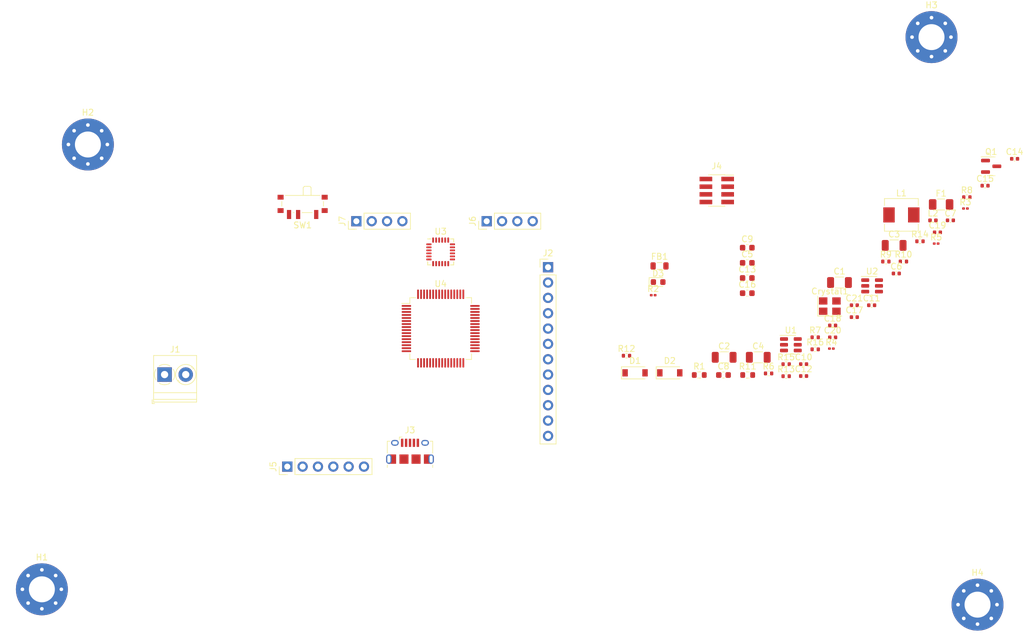
<source format=kicad_pcb>
(kicad_pcb (version 20211014) (generator pcbnew)
  (layers (0 "F.Cu" signal) (1 "In1.Cu" power) (2 "In2.Cu" power) (31 "B.Cu" signal) (34 "B.Paste" user) (35 "F.Paste" user) (36 "B.SilkS" user "B.Silkscreen") (37 "F.SilkS" user "F.Silkscreen") (38 "B.Mask" user) (39 "F.Mask" user) (44 "Edge.Cuts" user))
  (net 0 "")
  (net 1 "BUCK_IN")
  (net 2 "GND")
  (net 3 "+3.3V")
  (net 4 "BUCK_BST")
  (net 5 "BUCK_SW")
  (net 6 "Net-(C7-Pad1)")
  (net 7 "Net-(C8-Pad1)")
  (net 8 "/HSE_IN")
  (net 9 "Net-(C13-Pad1)")
  (net 10 "Net-(C14-Pad1)")
  (net 11 "Net-(C16-Pad1)")
  (net 12 "NRST")
  (net 13 "Net-(D1-Pad1)")
  (net 14 "+5V")
  (net 15 "Net-(D3-Pad1)")
  (net 16 "LED_STATUS")
  (net 17 "+12V")
  (net 18 "Net-(F1-Pad2)")
  (net 19 "GPIO_IN1")
  (net 20 "GPIO_IN2")
  (net 21 "GPIO_IN3")
  (net 22 "GPIO_IN4")
  (net 23 "GPIO_IN5")
  (net 24 "GPIO_OUT1")
  (net 25 "GPIO_OUT2")
  (net 26 "GPIO_OUT3")
  (net 27 "GPIO_OUT4")
  (net 28 "GPIO_OUT5")
  (net 29 "USB_CONN_D-")
  (net 30 "USB_CONN_D+")
  (net 33 "Net-(J4-Pad2)")
  (net 34 "Net-(J4-Pad4)")
  (net 35 "Net-(J4-Pad6)")
  (net 38 "GPIO_AN1")
  (net 39 "GPIO_AN2")
  (net 40 "GPIO_AN3")
  (net 41 "GPIO_AN4")
  (net 42 "UART3_TX")
  (net 43 "UART3_RX")
  (net 44 "I2C1_SDA")
  (net 45 "I2C1_SCL")
  (net 46 "+3.3VA")
  (net 47 "BUCK_FB")
  (net 48 "Net-(R2-Pad2)")
  (net 49 "BUCK_EN")
  (net 50 "SWCLK")
  (net 51 "SWO")
  (net 52 "Net-(J4-Pad10)")
  (net 53 "SWDIO")
  (net 54 "/SW_BOOT")
  (net 55 "/BOOT0")
  (net 56 "I2C2_SCL")
  (net 57 "I2C2_SDA")
  (net 58 "/HSE_OUT")
  (net 59 "USB_D+")
  (net 60 "USB_D-")
  (net 67 "IMU_IINT")
  (footprint "Resistor_SMD:R_0201_0603Metric" (layer "F.Cu") (at 175.8 76.64)
    (fp_text reference "R3" (at 0 -1.05) (layer "F.SilkS"))
    (fp_text value "270")
    (pad "1" smd roundrect (at -0.32 0) (size 0.46 0.4) (layers "F.Cu" "F.Mask") (net 48 "Net-(R2-Pad2)"))
    (pad "2" smd roundrect (at 0.32 0) (size 0.46 0.4) (layers "F.Cu" "F.Mask") (net 2 "GND"))
  )
  (footprint "Connector_PinSocket_1.27mm:PinSocket_2x04_P1.27mm_Vertical_SMD" (layer "F.Cu") (at 134.62 73.66)
    (fp_text reference "J4" (at 0 -4.04) (layer "F.SilkS"))
    (fp_text value "SWD")
    (pad "1" smd rect (at 1.8 -1.905) (size 2.1 0.75) (layers "F.Cu" "F.Paste" "F.Mask") (net 3 "+3.3V"))
    (pad "2" smd rect (at -1.8 -1.905) (size 2.1 0.75) (layers "F.Cu" "F.Paste" "F.Mask") (net 33 "Net-(J4-Pad2)"))
    (pad "3" smd rect (at 1.8 -0.635) (size 2.1 0.75) (layers "F.Cu" "F.Paste" "F.Mask") (net 2 "GND"))
    (pad "4" smd rect (at -1.8 -0.635) (size 2.1 0.75) (layers "F.Cu" "F.Paste" "F.Mask") (net 34 "Net-(J4-Pad4)"))
    (pad "5" smd rect (at 1.8 0.635) (size 2.1 0.75) (layers "F.Cu" "F.Paste" "F.Mask") (net 2 "GND"))
    (pad "6" smd rect (at -1.8 0.635) (size 2.1 0.75) (layers "F.Cu" "F.Paste" "F.Mask") (net 35 "Net-(J4-Pad6)"))
    (pad "7" smd rect (at 1.8 1.905) (size 2.1 0.75) (layers "F.Cu" "F.Paste" "F.Mask"))
    (pad "8" smd rect (at -1.8 1.905) (size 2.1 0.75) (layers "F.Cu" "F.Paste" "F.Mask"))
  )
  (footprint "Inductor_SMD:L_Sunlord_MWSA0518_5.4x5.2mm" (layer "F.Cu") (at 165.19 77.7)
    (fp_text reference "L1" (at 0 -3.6) (layer "F.SilkS"))
    (fp_text value "10u")
    (pad "1" smd rect (at -2.05 0) (size 1.9 2.5) (layers "F.Cu" "F.Paste" "F.Mask") (net 5 "BUCK_SW"))
    (pad "2" smd rect (at 2.05 0) (size 1.9 2.5) (layers "F.Cu" "F.Paste" "F.Mask") (net 3 "+3.3V"))
  )
  (footprint "Connector_PinHeader_2.54mm:PinHeader_1x04_P2.54mm_Vertical" (layer "F.Cu") (at 96.52 78.74 90)
    (fp_text reference "J6" (at 0 -2.33 90) (layer "F.SilkS"))
    (fp_text value "Conn_01x04")
    (pad "1" thru_hole rect (at 0 0 90) (size 1.7 1.7) (drill 1) (layers *.Cu *.Mask) (net 2 "GND"))
    (pad "2" thru_hole oval (at 0 2.54 90) (size 1.7 1.7) (drill 1) (layers *.Cu *.Mask) (net 42 "UART3_TX"))
    (pad "3" thru_hole oval (at 0 5.08 90) (size 1.7 1.7) (drill 1) (layers *.Cu *.Mask) (net 43 "UART3_RX"))
    (pad "4" thru_hole oval (at 0 7.62 90) (size 1.7 1.7) (drill 1) (layers *.Cu *.Mask) (net 3 "+3.3V"))
  )
  (footprint "Crystal:Crystal_SMD_3225-4Pin_3.2x2.5mm" (layer "F.Cu") (at 153.34 92.8)
    (fp_text reference "Crystal1" (at 0 -2.45) (layer "F.SilkS"))
    (fp_text value "16Mhz")
    (pad "1" smd rect (at -1.1 0.85) (size 1.4 1.2) (layers "F.Cu" "F.Paste" "F.Mask") (net 8 "/HSE_IN"))
    (pad "2" smd rect (at 1.1 0.85) (size 1.4 1.2) (layers "F.Cu" "F.Paste" "F.Mask") (net 2 "GND"))
    (pad "3" smd rect (at 1.1 -0.85) (size 1.4 1.2) (layers "F.Cu" "F.Paste" "F.Mask") (net 10 "Net-(C14-Pad1)"))
    (pad "4" smd rect (at -1.1 -0.85) (size 1.4 1.2) (layers "F.Cu" "F.Paste" "F.Mask") (net 2 "GND"))
  )
  (footprint "Resistor_SMD:R_0402_1005Metric" (layer "F.Cu") (at 119.67 101.02)
    (fp_text reference "R12" (at 0 -1.17) (layer "F.SilkS"))
    (fp_text value "2k2")
    (pad "1" smd roundrect (at -0.51 0) (size 0.54 0.64) (layers "F.Cu" "F.Paste" "F.Mask") (net 44 "I2C1_SDA"))
    (pad "2" smd roundrect (at 0.51 0) (size 0.54 0.64) (layers "F.Cu" "F.Paste" "F.Mask") (net 3 "+3.3V"))
  )
  (footprint "Resistor_SMD:R_0402_1005Metric" (layer "F.Cu") (at 150.92 99.96)
    (fp_text reference "R16" (at 0 -1.17) (layer "F.SilkS"))
    (fp_text value "47")
    (pad "1" smd roundrect (at -0.51 0) (size 0.54 0.64) (layers "F.Cu" "F.Paste" "F.Mask") (net 10 "Net-(C14-Pad1)"))
    (pad "2" smd roundrect (at 0.51 0) (size 0.54 0.64) (layers "F.Cu" "F.Paste" "F.Mask") (net 58 "/HSE_OUT"))
  )
  (footprint "Capacitor_SMD:C_0402_1005Metric" (layer "F.Cu") (at 157.4 94.63)
    (fp_text reference "C17" (at 0 -1.16) (layer "F.SilkS"))
    (fp_text value "100n")
    (pad "1" smd roundrect (at -0.48 0) (size 0.56 0.62) (layers "F.Cu" "F.Paste" "F.Mask") (net 3 "+3.3V"))
    (pad "2" smd roundrect (at 0.48 0) (size 0.56 0.62) (layers "F.Cu" "F.Paste" "F.Mask") (net 2 "GND"))
  )
  (footprint "Button_Switch_SMD:SW_SPDT_PCM12" (layer "F.Cu") (at 66.04 76.2 180)
    (fp_text reference "SW1" (at 0 -3.2) (layer "F.SilkS"))
    (fp_text value "SW_SPDT")
    (pad "" np_thru_hole circle (at -1.5 0.33 180) (size 0.9 0.9) (drill 0.9) (layers *.Cu *.Mask))
    (pad "" smd rect (at 3.65 -0.78 180) (size 1 0.8) (layers "F.Cu" "F.Paste" "F.Mask"))
    (pad "" smd rect (at -3.65 -0.78 180) (size 1 0.8) (layers "F.Cu" "F.Paste" "F.Mask"))
    (pad "" smd rect (at 3.65 1.43 180) (size 1 0.8) (layers "F.Cu" "F.Paste" "F.Mask"))
    (pad "" np_thru_hole circle (at 1.5 0.33 180) (size 0.9 0.9) (drill 0.9) (layers *.Cu *.Mask))
    (pad "" smd rect (at -3.65 1.43 180) (size 1 0.8) (layers "F.Cu" "F.Paste" "F.Mask"))
    (pad "1" smd rect (at -2.25 -1.43 180) (size 0.7 1.5) (layers "F.Cu" "F.Paste" "F.Mask") (net 2 "GND"))
    (pad "2" smd rect (at 0.75 -1.43 180) (size 0.7 1.5) (layers "F.Cu" "F.Paste" "F.Mask") (net 54 "/SW_BOOT"))
    (pad "3" smd rect (at 2.25 -1.43 180) (size 0.7 1.5) (layers "F.Cu" "F.Paste" "F.Mask") (net 3 "+3.3V"))
  )
  (footprint "Capacitor_SMD:C_0603_1608Metric" (layer "F.Cu") (at 139.67 83.13)
    (fp_text reference "C9" (at 0 -1.43) (layer "F.SilkS"))
    (fp_text value "4u7")
    (pad "1" smd roundrect (at -0.775 0) (size 0.9 0.95) (layers "F.Cu" "F.Paste" "F.Mask") (net 3 "+3.3V"))
    (pad "2" smd roundrect (at 0.775 0) (size 0.9 0.95) (layers "F.Cu" "F.Paste" "F.Mask") (net 2 "GND"))
  )
  (footprint "TerminalBlock_Phoenix:TerminalBlock_Phoenix_PT-1,5-2-3.5-H_1x02_P3.50mm_Horizontal" (layer "F.Cu") (at 43.18 104.14)
    (fp_text reference "J1" (at 1.75 -4.16) (layer "F.SilkS"))
    (fp_text value "Screw_Terminal_01x02")
    (pad "1" thru_hole rect (at 0 0) (size 2.4 2.4) (drill 1.2) (layers *.Cu *.Mask) (net 17 "+12V"))
    (pad "2" thru_hole circle (at 3.5 0) (size 2.4 2.4) (drill 1.2) (layers *.Cu *.Mask) (net 2 "GND"))
  )
  (footprint "Resistor_SMD:R_0603_1608Metric" (layer "F.Cu") (at 139.74 104.21)
    (fp_text reference "R11" (at 0 -1.43) (layer "F.SilkS"))
    (fp_text value "1k")
    (pad "1" smd roundrect (at -0.825 0) (size 0.8 0.95) (layers "F.Cu" "F.Paste" "F.Mask") (net 15 "Net-(D3-Pad1)"))
    (pad "2" smd roundrect (at 0.825 0) (size 0.8 0.95) (layers "F.Cu" "F.Paste" "F.Mask") (net 2 "GND"))
  )
  (footprint "Fuse:Fuse_1206_3216Metric" (layer "F.Cu") (at 171.77 75.97)
    (fp_text reference "F1" (at 0 -1.82) (layer "F.SilkS"))
    (fp_text value "250mA")
    (pad "1" smd roundrect (at -1.4 0) (size 1.25 1.75) (layers "F.Cu" "F.Paste" "F.Mask") (roundrect_rratio 0.2) (net 17 "+12V"))
    (pad "2" smd roundrect (at 1.4 0) (size 1.25 1.75) (layers "F.Cu" "F.Paste" "F.Mask") (roundrect_rratio 0.2) (net 18 "Net-(F1-Pad2)"))
  )
  (footprint "Package_QFP:LQFP-64_10x10mm_P0.5mm" (layer "F.Cu") (at 88.9 96.52)
    (fp_text reference "U4" (at 0 -7.4) (layer "F.SilkS"))
    (fp_text value "STM32F405RGT6")
    (pad "1" smd roundrect (at -5.675 -3.75) (size 1.55 0.3) (layers "F.Cu" "F.Paste" "F.Mask") (net 3 "+3.3V"))
    (pad "2" smd roundrect (at -5.675 -3.25) (size 1.55 0.3) (layers "F.Cu" "F.Paste" "F.Mask"))
    (pad "3" smd roundrect (at -5.675 -2.75) (size 1.55 0.3) (layers "F.Cu" "F.Paste" "F.Mask"))
    (pad "4" smd roundrect (at -5.675 -2.25) (size 1.55 0.3) (layers "F.Cu" "F.Paste" "F.Mask"))
    (pad "5" smd roundrect (at -5.675 -1.75) (size 1.55 0.3) (layers "F.Cu" "F.Paste" "F.Mask") (net 8 "/HSE_IN"))
    (pad "6" smd roundrect (at -5.675 -1.25) (size 1.55 0.3) (layers "F.Cu" "F.Paste" "F.Mask") (net 58 "/HSE_OUT"))
    (pad "7" smd roundrect (at -5.675 -0.75) (size 1.55 0.3) (layers "F.Cu" "F.Paste" "F.Mask") (net 12 "NRST"))
    (pad "8" smd roundrect (at -5.675 -0.25) (size 1.55 0.3) (layers "F.Cu" "F.Paste" "F.Mask"))
    (pad "9" smd roundrect (at -5.675 0.25) (size 1.55 0.3) (layers "F.Cu" "F.Paste" "F.Mask"))
    (pad "10" smd roundrect (at -5.675 0.75) (size 1.55 0.3) (layers "F.Cu" "F.Paste" "F.Mask"))
    (pad "11" smd roundrect (at -5.675 1.25) (size 1.55 0.3) (layers "F.Cu" "F.Paste" "F.Mask"))
    (pad "12" smd roundrect (at -5.675 1.75) (size 1.55 0.3) (layers "F.Cu" "F.Paste" "F.Mask") (net 2 "GND"))
    (pad "13" smd roundrect (at -5.675 2.25) (size 1.55 0.3) (layers "F.Cu" "F.Paste" "F.Mask") (net 46 "+3.3VA"))
    (pad "14" smd roundrect (at -5.675 2.75) (size 1.55 0.3) (layers "F.Cu" "F.Paste" "F.Mask"))
    (pad "15" smd roundrect (at -5.675 3.25) (size 1.55 0.3) (layers "F.Cu" "F.Paste" "F.Mask"))
    (pad "16" smd roundrect (at -5.675 3.75) (size 1.55 0.3) (layers "F.Cu" "F.Paste" "F.Mask") (net 16 "LED_STATUS"))
    (pad "17" smd roundrect (at -3.75 5.675) (size 0.3 1.55) (layers "F.Cu" "F.Paste" "F.Mask"))
    (pad "18" smd roundrect (at -3.25 5.675) (size 0.3 1.55) (layers "F.Cu" "F.Paste" "F.Mask") (net 2 "GND"))
    (pad "19" smd roundrect (at -2.75 5.675) (size 0.3 1.55) (layers "F.Cu" "F.Paste" "F.Mask") (net 3 "+3.3V"))
    (pad "20" smd roundrect (at -2.25 5.675) (size 0.3 1.55) (layers "F.Cu" "F.Paste" "F.Mask"))
    (pad "21" smd roundrect (at -1.75 5.675) (size 0.3 1.55) (layers "F.Cu" "F.Paste" "F.Mask") (net 38 "GPIO_AN1"))
    (pad "22" smd roundrect (at -1.25 5.675) (size 0.3 1.55) (layers "F.Cu" "F.Paste" "F.Mask") (net 39 "GPIO_AN2"))
    (pad "23" smd roundrect (at -0.75 5.675) (size 0.3 1.55) (layers "F.Cu" "F.Paste" "F.Mask") (net 40 "GPIO_AN3"))
    (pad "24" smd roundrect (at -0.25 5.675) (size 0.3 1.55) (layers "F.Cu" "F.Paste" "F.Mask") (net 41 "GPIO_AN4"))
    (pad "25" smd roundrect (at 0.25 5.675) (size 0.3 1.55) (layers "F.Cu" "F.Paste" "F.Mask"))
    (pad "26" smd roundrect (at 0.75 5.675) (size 0.3 1.55) (layers "F.Cu" "F.Paste" "F.Mask"))
    (pad "27" smd roundrect (at 1.25 5.675) (size 0.3 1.55) (layers "F.Cu" "F.Paste" "F.Mask"))
    (pad "28" smd roundrect (at 1.75 5.675) (size 0.3 1.55) (layers "F.Cu" "F.Paste" "F.Mask"))
    (pad "29" smd roundrect (at 2.25 5.675) (size 0.3 1.55) (layers "F.Cu" "F.Paste" "F.Mask") (net 56 "I2C2_SCL"))
    (pad "30" smd roundrect (at 2.75 5.675) (size 0.3 1.55) (layers "F.Cu" "F.Paste" "F.Mask") (net 57 "I2C2_SDA"))
    (pad "31" smd roundrect (at 3.25 5.675) (size 0.3 1.55) (layers "F.Cu" "F.Paste" "F.Mask") (net 9 "Net-(C13-Pad1)"))
    (pad "32" smd roundrect (at 3.75 5.675) (size 0.3 1.55) (layers "F.Cu" "F.Paste" "F.Mask") (net 3 "+3.3V"))
    (pad "33" smd roundrect (at 5.675 3.75) (size 1.55 0.3) (layers "F.Cu" "F.Paste" "F.Mask") (net 28 "GPIO_OUT5"))
    (pad "34" smd roundrect (at 5.675 3.25) (size 1.55 0.3) (layers "F.Cu" "F.Paste" "F.Mask") (net 27 "GPIO_OUT4"))
    (pad "35" smd roundrect (at 5.675 2.75) (size 1.55 0.3) (layers "F.Cu" "F.Paste" "F.Mask") (net 26 "GPIO_OUT3"))
    (pad "36" smd roundrect (at 5.675 2.25) (size 1.55 0.3) (layers "F.Cu" "F.Paste" "F.Mask") (net 25 "GPIO_OUT2"))
    (pad "37" smd roundrect (at 5.675 1.75) (size 1.55 0.3) (layers "F.Cu" "F.Paste" "F.Mask") (net 24 "GPIO_OUT1"))
    (pad "38" smd roundrect (at 5.675 1.25) (size 1.55 0.3) (layers "F.Cu" "F.Paste" "F.Mask") (net 23 "GPIO_IN5"))
    (pad "39" smd roundrect (at 5.675 0.75) (size 1.55 0.3) (layers "F.Cu" "F.Paste" "F.Mask") (net 22 "GPIO_IN4"))
    (pad "40" smd roundrect (at 5.675 0.25) (size 1.55 0.3) (layers "F.Cu" "F.Paste" "F.Mask") (net 21 "GPIO_IN3"))
    (pad "41" smd roundrect (at 5.675 -0.25) (size 1.55 0.3) (layers "F.Cu" "F.Paste" "F.Mask") (net 20 "GPIO_IN2"))
    (pad "42" smd roundrect (at 5.675 -0.75) (size 1.55 0.3) (layers "F.Cu" "F.Paste" "F.Mask") (net 19 "GPIO_IN1"))
    (pad "43" smd roundrect (at 5.675 -1.25) (size 1.55 0.3) (layers "F.Cu" "F.Paste" "F.Mask"))
    (pad "44" smd roundrect (at 5.675 -1.75) (size 1.55 0.3) (layers "F.Cu" "F.Paste" "F.Mask") (net 60 "USB_D-"))
    (pad "45" smd roundrect (at 5.675 -2.25) (size 1.55 0.3) (layers "F.Cu" "F.Paste" "F.Mask") (net 59 "USB_D+"))
    (pad "46" smd roundrect (at 5.675 -2.75) (size 1.55 0.3) (layers "F.Cu" "F.Paste" "F.Mask") (net 53 "SWDIO"))
    (pad "47" smd roundrect (at 5.675 -3.25) (size 1.55 0.3) (layers "F.Cu" "F.Paste" "F.Mask") (net 11 "Net-(C16-Pad1)"))
    (pad "48" smd roundrect (at 5.675 -3.75) (size 1.55 0.3) (layers "F.Cu" "F.Paste" "F.Mask") (net 3 "+3.3V"))
    (pad "49" smd roundrect (at 3.75 -5.675) (size 0.3 1.55) (layers "F.Cu" "F.Paste" "F.Mask") (net 50 "SWCLK"))
    (pad "50" smd roundrect (at 3.25 -5.675) (size 0.3 1.55) (layers "F.Cu" "F.Paste" "F.Mask"))
    (pad "51" smd roundrect (at 2.75 -5.675) (size 0.3 1.55) (layers "F.Cu" "F.Paste" "F.Mask") (net 42 "UART3_TX"))
    (pad "52" smd roundrect (at 2.25 -5.675) (size 0.3 1.55) (layers "F.Cu" "F.Paste" "F.Mask") (net 43 "UART3_RX"))
    (pad "53" smd roundrect (at 1.75 -5.675) (size 0.3 1.55) (layers "F.Cu" "F.Paste" "F.Mask"))
    (pad "54" smd roundrect (at 1.25 -5.675) (size 0.3 1.55) (layers "F.Cu" "F.Paste" "F.Mask"))
    (pad "55" smd roundrect (at 0.75 -5.675) (size 0.3 1.55) (layers "F.Cu" "F.Paste" "F.Mask") (net 51 "SWO"))
    (pad "56" smd roundrect (at 0.25 -5.675) (size 0.3 1.55) (layers "F.Cu" "F.Paste" "F.Mask"))
    (pad "57" smd roundrect (at -0.25 -5.675) (size 0.3 1.55) (layers "F.Cu" "F.Paste" "F.Mask") (net 67 "IMU_IINT"))
    (pad "58" smd roundrect (at -0.75 -5.675) (size 0.3 1.55) (layers "F.Cu" "F.Paste" "F.Mask") (net 45 "I2C1_SCL"))
    (pad "59" smd roundrect (at -1.25 -5.675) (size 0.3 1.55) (layers "F.Cu" "F.Paste" "F.Mask") (net 44 "I2C1_SDA"))
    (pad "60" smd roundrect (at -1.75 -5.675) (size 0.3 1.55) (layers "F.Cu" "F.Paste" "F.Mask") (net 55 "/BOOT0"))
    (pad "61" smd roundrect (at -2.25 -5.675) (size 0.3 1.55) (layers "F.Cu" "F.Paste" "F.Mask"))
    (pad "62" smd roundrect (at -2.75 -5.675) (size 0.3 1.55) (layers "F.Cu" "F.Paste" "F.Mask"))
    (pad "63" smd roundrect (at -3.25 -5.675) (size 0.3 1.55) (layers "F.Cu" "F.Paste" "F.Mask") (net 2 "GND"))
    (pad "64" smd roundrect (at -3.75 -5.675) (size 0.3 1.55) (layers "F.Cu" "F.Paste" "F.Mask") (net 3 "+3.3V"))
  )
  (footprint "LED_SMD:LED_0603_1608Metric" (layer "F.Cu") (at 124.91 88.82)
    (fp_text reference "D3" (at 0 -1.43) (layer "F.SilkS"))
    (fp_text value "Green")
    (pad "1" smd roundrect (at -0.7875 0) (size 0.875 0.95) (layers "F.Cu" "F.Paste" "F.Mask") (net 15 "Net-(D3-Pad1)"))
    (pad "2" smd roundrect (at 0.7875 0) (size 0.875 0.95) (layers "F.Cu" "F.Paste" "F.Mask") (net 16 "LED_STATUS"))
  )
  (footprint "Capacitor_SMD:C_0402_1005Metric" (layer "F.Cu") (at 179.05 72.86)
    (fp_text reference "C15" (at 0 -1.16) (layer "F.SilkS"))
    (fp_text value "100n")
    (pad "1" smd roundrect (at -0.48 0) (size 0.56 0.62) (layers "F.Cu" "F.Paste" "F.Mask") (net 3 "+3.3V"))
    (pad "2" smd roundrect (at 0.48 0) (size 0.56 0.62) (layers "F.Cu" "F.Paste" "F.Mask") (net 2 "GND"))
  )
  (footprint "Diode_SMD:D_SOD-123" (layer "F.Cu") (at 121.09 103.85)
    (fp_text reference "D1" (at 0 -2) (layer "F.SilkS"))
    (fp_text value "B5819W")
    (pad "1" smd rect (at -1.65 0) (size 0.9 1.2) (layers "F.Cu" "F.Paste" "F.Mask") (net 13 "Net-(D1-Pad1)"))
    (pad "2" smd rect (at 1.65 0) (size 0.9 1.2) (layers "F.Cu" "F.Paste" "F.Mask") (net 14 "+5V"))
  )
  (footprint "Capacitor_SMD:C_0402_1005Metric" (layer "F.Cu") (at 160.27 92.66)
    (fp_text reference "C11" (at 0 -1.16) (layer "F.SilkS"))
    (fp_text value "100n")
    (pad "1" smd roundrect (at -0.48 0) (size 0.56 0.62) (layers "F.Cu" "F.Paste" "F.Mask") (net 3 "+3.3V"))
    (pad "2" smd roundrect (at 0.48 0) (size 0.56 0.62) (layers "F.Cu" "F.Paste" "F.Mask") (net 2 "GND"))
  )
  (footprint "Resistor_SMD:R_0402_1005Metric" (layer "F.Cu") (at 176.03 74.77)
    (fp_text reference "R8" (at 0 -1.17) (layer "F.SilkS"))
    (fp_text value "22")
    (pad "1" smd roundrect (at -0.51 0) (size 0.54 0.64) (layers "F.Cu" "F.Paste" "F.Mask") (net 12 "NRST"))
    (pad "2" smd roundrect (at 0.51 0) (size 0.54 0.64) (layers "F.Cu" "F.Paste" "F.Mask") (net 52 "Net-(J4-Pad10)"))
  )
  (footprint "Resistor_SMD:R_0201_0603Metric" (layer "F.Cu") (at 153.6 99.84)
    (fp_text reference "R4" (at 0 -1.05) (layer "F.SilkS"))
    (fp_text value "100k")
    (pad "1" smd roundrect (at -0.32 0) (size 0.46 0.4) (layers "F.Cu" "F.Mask") (net 1 "BUCK_IN"))
    (pad "2" smd roundrect (at 0.32 0) (size 0.46 0.4) (layers "F.Cu" "F.Mask") (net 49 "BUCK_EN"))
  )
  (footprint "Resistor_SMD:R_0402_1005Metric" (layer "F.Cu") (at 165.53 85.42)
    (fp_text reference "R10" (at 0 -1.17) (layer "F.SilkS"))
    (fp_text value "10k")
    (pad "1" smd roundrect (at -0.51 0) (size 0.54 0.64) (layers "F.Cu" "F.Paste" "F.Mask") (net 54 "/SW_BOOT"))
    (pad "2" smd roundrect (at 0.51 0) (size 0.54 0.64) (layers "F.Cu" "F.Paste" "F.Mask") (net 55 "/BOOT0"))
  )
  (footprint "Resistor_SMD:R_0402_1005Metric" (layer "F.Cu") (at 146.11 102.42)
    (fp_text reference "R15" (at 0 -1.17) (layer "F.SilkS"))
    (fp_text value "2k2")
    (pad "1" smd roundrect (at -0.51 0) (size 0.54 0.64) (layers "F.Cu" "F.Paste" "F.Mask") (net 57 "I2C2_SDA"))
    (pad "2" smd roundrect (at 0.51 0) (size 0.54 0.64) (layers "F.Cu" "F.Paste" "F.Mask") (net 3 "+3.3V"))
  )
  (footprint "Package_TO_SOT_SMD:SOT-23-6" (layer "F.Cu") (at 146.89 99.2)
    (fp_text reference "U1" (at 0 -2.4) (layer "F.SilkS"))
    (fp_text value "MP2359DJ-LF-Z")
    (pad "1" smd roundrect (at -1.1375 -0.95) (size 1.325 0.6) (layers "F.Cu" "F.Paste" "F.Mask") (net 4 "BUCK_BST"))
    (pad "2" smd roundrect (at -1.1375 0) (size 1.325 0.6) (layers "F.Cu" "F.Paste" "F.Mask") (net 2 "GND"))
    (pad "3" smd roundrect (at -1.1375 0.95) (size 1.325 0.6) (layers "F.Cu" "F.Paste" "F.Mask") (net 47 "BUCK_FB"))
    (pad "4" smd roundrect (at 1.1375 0.95) (size 1.325 0.6) (layers "F.Cu" "F.Paste" "F.Mask") (net 49 "BUCK_EN"))
    (pad "5" smd roundrect (at 1.1375 0) (size 1.325 0.6) (layers "F.Cu" "F.Paste" "F.Mask") (net 1 "BUCK_IN"))
    (pad "6" smd roundrect (at 1.1375 -0.95) (size 1.325 0.6) (layers "F.Cu" "F.Paste" "F.Mask") (net 5 "BUCK_SW"))
  )
  (footprint "Resistor_SMD:R_0201_0603Metric" (layer "F.Cu") (at 170.95 82.45)
    (fp_text reference "R5" (at 0 -1.05) (layer "F.SilkS"))
    (fp_text value "68k")
    (pad "1" smd roundrect (at -0.32 0) (size 0.46 0.4) (layers "F.Cu" "F.Mask") (net 49 "BUCK_EN"))
    (pad "2" smd roundrect (at 0.32 0) (size 0.46 0.4) (layers "F.Cu" "F.Mask") (net 2 "GND"))
  )
  (footprint "Connector_PinHeader_2.54mm:PinHeader_1x06_P2.54mm_Vertical" (layer "F.Cu") (at 63.5 119.38 90)
    (fp_text reference "J5" (at 0 -2.33 90) (layer "F.SilkS"))
    (fp_text value "Conn_01x06")
    (pad "1" thru_hole rect (at 0 0 90) (size 1.7 1.7) (drill 1) (layers *.Cu *.Mask) (net 38 "GPIO_AN1"))
    (pad "2" thru_hole oval (at 0 2.54 90) (size 1.7 1.7) (drill 1) (layers *.Cu *.Mask) (net 39 "GPIO_AN2"))
    (pad "3" thru_hole oval (at 0 5.08 90) (size 1.7 1.7) (drill 1) (layers *.Cu *.Mask) (net 40 "GPIO_AN3"))
    (pad "4" thru_hole oval (at 0 7.62 90) (size 1.7 1.7) (drill 1) (layers *.Cu *.Mask) (net 41 "GPIO_AN4"))
    (pad "5" thru_hole oval (at 0 10.16 90) (size 1.7 1.7) (drill 1) (layers *.Cu *.Mask) (net 2 "GND"))
    (pad "6" thru_hole oval (at 0 12.7 90) (size 1.7 1.7) (drill 1) (layers *.Cu *.Mask) (net 3 "+3.3V"))
  )
  (footprint "Resistor_SMD:R_0402_1005Metric" (layer "F.Cu") (at 168.27 82.07)
    (fp_text reference "R14" (at 0 -1.17) (layer "F.SilkS"))
    (fp_text value "2k2")
    (pad "1" smd roundrect (at -0.51 0) (size 0.54 0.64) (layers "F.Cu" "F.Paste" "F.Mask") (net 56 "I2C2_SCL"))
    (pad "2" smd roundrect (at 0.51 0) (size 0.54 0.64) (layers "F.Cu" "F.Paste" "F.Mask") (net 3 "+3.3V"))
  )
  (footprint "Capacitor_SMD:C_0603_1608Metric" (layer "F.Cu") (at 135.73 104.21)
    (fp_text reference "C8" (at 0 -1.43) (layer "F.SilkS"))
    (fp_text value "2u2")
    (pad "1" smd roundrect (at -0.775 0) (size 0.9 0.95) (layers "F.Cu" "F.Paste" "F.Mask") (net 7 "Net-(C8-Pad1)"))
    (pad "2" smd roundrect (at 0.775 0) (size 0.9 0.95) (layers "F.Cu" "F.Paste" "F.Mask") (net 2 "GND"))
  )
  (footprint "Capacitor_SMD:C_0603_1608Metric" (layer "F.Cu") (at 139.67 88.15)
    (fp_text reference "C13" (at 0 -1.43) (layer "F.SilkS"))
    (fp_text value "2u2")
    (pad "1" smd roundrect (at -0.775 0) (size 0.9 0.95) (layers "F.Cu" "F.Paste" "F.Mask") (net 9 "Net-(C13-Pad1)"))
    (pad "2" smd roundrect (at 0.775 0) (size 0.9 0.95) (layers "F.Cu" "F.Paste" "F.Mask") (net 2 "GND"))
  )
  (footprint "Capacitor_SMD:C_0402_1005Metric" (layer "F.Cu") (at 149 102.41)
    (fp_text reference "C10" (at 0 -1.16) (layer "F.SilkS"))
    (fp_text value "12p")
    (pad "1" smd roundrect (at -0.48 0) (size 0.56 0.62) (layers "F.Cu" "F.Paste" "F.Mask") (net 8 "/HSE_IN"))
    (pad "2" smd roundrect (at 0.48 0) (size 0.56 0.62) (layers "F.Cu" "F.Paste" "F.Mask") (net 2 "GND"))
  )
  (footprint "Capacitor_SMD:C_1206_3216Metric" (layer "F.Cu") (at 154.94 88.9)
    (fp_text reference "C1" (at 0 -1.85) (layer "F.SilkS"))
    (fp_text value "10u")
    (pad "1" smd roundrect (at -1.475 0) (size 1.15 1.8) (layers "F.Cu" "F.Paste" "F.Mask") (roundrect_rratio 0.217391) (net 1 "BUCK_IN"))
    (pad "2" smd roundrect (at 1.475 0) (size 1.15 1.8) (layers "F.Cu" "F.Paste" "F.Mask") (roundrect_rratio 0.217391) (net 2 "GND"))
  )
  (footprint "Resistor_SMD:R_0402_1005Metric" (layer "F.Cu") (at 143.2 103.95)
    (fp_text reference "R6" (at 0 -1.17) (layer "F.SilkS"))
    (fp_text value "22")
    (pad "1" smd roundrect (at -0.51 0) (size 0.54 0.64) (layers "F.Cu" "F.Paste" "F.Mask") (net 50 "SWCLK"))
    (pad "2" smd roundrect (at 0.51 0) (size 0.54 0.64) (layers "F.Cu" "F.Paste" "F.Mask") (net 34 "Net-(J4-Pad4)"))
  )
  (footprint "Package_TO_SOT_SMD:SOT-23" (layer "F.Cu") (at 180.06 69.65)
    (fp_text reference "Q1" (at 0 -2.4) (layer "F.SilkS"))
    (fp_text value "AO3401A")
    (pad "1" smd roundrect (at -0.9375 -0.95) (size 1.475 0.6) (layers "F.Cu" "F.Paste" "F.Mask") (net 2 "GND"))
    (pad "2" smd roundrect (at -0.9375 0.95) (size 1.475 0.6) (layers "F.Cu" "F.Paste" "F.Mask") (net 13 "Net-(D1-Pad1)"))
    (pad "3" smd roundrect (at 0.9375 0) (size 1.475 0.6) (layers "F.Cu" "F.Paste" "F.Mask") (net 18 "Net-(F1-Pad2)"))
  )
  (footprint "Connector_PinHeader_2.54mm:PinHeader_1x12_P2.54mm_Vertical" (layer "F.Cu") (at 106.68 86.36)
    (fp_text reference "J2" (at 0 -2.33) (layer "F.SilkS"))
    (fp_text value "Conn_01x12")
    (pad "1" thru_hole rect (at 0 0) (size 1.7 1.7) (drill 1) (layers *.Cu *.Mask) (net 19 "GPIO_IN1"))
    (pad "2" thru_hole oval (at 0 2.54) (size 1.7 1.7) (drill 1) (layers *.Cu *.Mask) (net 20 "GPIO_IN2"))
    (pad "3" thru_hole oval (at 0 5.08) (size 1.7 1.7) (drill 1) (layers *.Cu *.Mask) (net 21 "GPIO_IN3"))
    (pad "4" thru_hole oval (at 0 7.62) (size 1.7 1.7) (drill 1) (layers *.Cu *.Mask) (net 22 "GPIO_IN4"))
    (pad "5" thru_hole oval (at 0 10.16) (size 1.7 1.7) (drill 1) (layers *.Cu *.Mask) (net 23 "GPIO_IN5"))
    (pad "6" thru_hole oval (at 0 12.7) (size 1.7 1.7) (drill 1) (layers *.Cu *.Mask) (net 24 "GPIO_OUT1"))
    (pad "7" thru_hole oval (at 0 15.24) (size 1.7 1.7) (drill 1) (layers *.Cu *.Mask) (net 25 "GPIO_OUT2"))
    (pad "8" thru_hole oval (at 0 17.78) (size 1.7 1.7) (drill 1) (layers *.Cu *.Mask) (net 26 "GPIO_OUT3"))
    (pad "9" thru_hole oval (at 0 20.32) (size 1.7 1.7) (drill 1) (layers *.Cu *.Mask) (net 27 "GPIO_OUT4"))
    (pad "10" thru_hole oval (at 0 22.86) (size 1.7 1.7) (drill 1) (layers *.Cu *.Mask) (net 28 "GPIO_OUT5"))
    (pad "11" thru_hole oval (at 0 25.4) (size 1.7 1.7) (drill 1) (layers *.Cu *.Mask) (net 2 "GND"))
    (pad "12" thru_hole oval (at 0 27.94) (size 1.7 1.7) (drill 1) (layers *.Cu *.Mask) (net 3 "+3.3V"))
  )
  (footprint "Inductor_SMD:L_0402_1005Metric" (layer "F.Cu") (at 170.42 78.61)
    (fp_text reference "L2" (at 0 -1.17) (layer "F.SilkS"))
    (fp_text value "39u")
    (pad "1" smd roundrect (at -0.485 0) (size 0.59 0.64) (layers "F.Cu" "F.Paste" "F.Mask") (net 46 "+3.3VA"))
    (pad "2" smd roundrect (at 0.485 0) (size 0.59 0.64) (layers "F.Cu" "F.Paste" "F.Mask") (net 3 "+3.3V"))
  )
  (footprint "Resistor_SMD:R_0201_0603Metric" (layer "F.Cu") (at 124.09 90.99)
    (fp_text reference "R2" (at 0 -1.05) (layer "F.SilkS"))
    (fp_text value "15k")
    (pad "1" smd roundrect (at -0.32 0) (size 0.46 0.4) (layers "F.Cu" "F.Mask") (net 47 "BUCK_FB"))
    (pad "2" smd roundrect (at 0.32 0) (size 0.46 0.4) (layers "F.Cu" "F.Mask") (net 48 "Net-(R2-Pad2)"))
  )
  (footprint "MountingHole:MountingHole_4.3mm_M4_Pad_Via" (layer "F.Cu") (at 30.48 66.04)
    (fp_text reference "H2" (at 0 -5.3) (layer "F.SilkS"))
    (fp_text value "MountingHole_Pad")
    (pad "1" thru_hole circle (at 2.280419 2.280419) (size 0.9 0.9) (drill 0.6) (layers *.Cu *.Mask) (net 2 "GND"))
    (pad "1" thru_hole circle (at -2.280419 -2.280419) (size 0.9 0.9) (drill 0.6) (layers *.Cu *.Mask) (net 2 "GND"))
    (pad "1" thru_hole circle (at 3.225 0) (size 0.9 0.9) (drill 0.6) (layers *.Cu *.Mask) (net 2 "GND"))
    (pad "1" thru_hole circle (at 0 -3.225) (size 0.9 0.9) (drill 0.6) (layers *.Cu *.Mask) (net 2 "GND"))
    (pad "1" thru_hole circle (at 2.280419 -2.280419) (size 0.9 0.9) (drill 0.6) (layers *.Cu *.Mask) (net 2 "GND"))
    (pad "1" thru_hole circle (at -2.280419 2.280419) (size 0.9 0.9) (drill 0.6) (layers *.Cu *.Mask) (net 2 "GND"))
    (pad "1" thru_hole circle (at 0 0) (size 8.6 8.6) (drill 4.3) (layers *.Cu *.Mask) (net 2 "GND"))
    (pad "1" thru_hole circle (at -3.225 0) (size 0.9 0.9) (drill 0.6) (layers *.Cu *.Mask) (net 2 "GND"))
    (pad "1" thru_hole circle (at 0 3.225) (size 0.9 0.9) (drill 0.6) (layers *.Cu *.Mask) (net 2 "GND"))
  )
  (footprint "Capacitor_SMD:C_0402_1005Metric" (layer "F.Cu") (at 171.16 80.59)
    (fp_text reference "C19" (at 0 -1.16) (layer "F.SilkS"))
    (fp_text value "10n")
    (pad "1" smd roundrect (at -0.48 0) (size 0.56 0.62) (layers "F.Cu" "F.Paste" "F.Mask") (net 3 "+3.3V"))
    (pad "2" smd roundrect (at 0.48 0) (size 0.56 0.62) (layers "F.Cu" "F.Paste" "F.Mask") (net 2 "GND"))
  )
  (footprint "Capacitor_SMD:C_0402_1005Metric" (layer "F.Cu") (at 157.4 92.66)
    (fp_text reference "C21" (at 0 -1.16) (layer "F.SilkS"))
    (fp_text value "100n")
    (pad "1" smd roundrect (at -0.48 0) (size 0.56 0.62) (layers "F.Cu" "F.Paste" "F.Mask") (net 12 "NRST"))
    (pad "2" smd roundrect (at 0.48 0) (size 0.56 0.62) (layers "F.Cu" "F.Paste" "F.Mask") (net 2 "GND"))
  )
  (footprint "Capacitor_SMD:C_0402_1005Metric" (layer "F.Cu") (at 173.31 78.6)
    (fp_text reference "C7" (at 0 -1.16) (layer "F.SilkS"))
    (fp_text value "100n")
    (pad "1" smd roundrect (at -0.48 0) (size 0.56 0.62) (layers "F.Cu" "F.Paste" "F.Mask") (net 6 "Net-(C7-Pad1)"))
    (pad "2" smd roundrect (at 0.48 0) (size 0.56 0.62) (layers "F.Cu" "F.Paste" "F.Mask") (net 2 "GND"))
  )
  (footprint "Inductor_SMD:L_0805_2012Metric" (layer "F.Cu") (at 125.14 86.15)
    (fp_text reference "FB1" (at 0 -1.55) (layer "F.SilkS"))
    (fp_text value "600 @ 600MHz")
    (pad "1" smd roundrect (at -1.0625 0) (size 0.875 1.2) (layers "F.Cu" "F.Paste" "F.Mask") (net 1 "BUCK_IN"))
    (pad "2" smd roundrect (at 1.0625 0) (size 0.875 1.2) (layers "F.Cu" "F.Paste" "F.Mask") (net 13 "Net-(D1-Pad1)"))
  )
  (footprint "MountingHole:MountingHole_4.3mm_M4_Pad_Via" (layer "F.Cu") (at 177.8 142.24)
    (fp_text reference "H4" (at 0 -5.3) (layer "F.SilkS"))
    (fp_text value "MountingHole_Pad")
    (pad "1" thru_hole circle (at 0 0) (size 8.6 8.6) (drill 4.3) (layers *.Cu *.Mask) (net 2 "GND"))
    (pad "1" thru_hole circle (at 2.280419 -2.280419) (size 0.9 0.9) (drill 0.6) (layers *.Cu *.Mask) (net 2 "GND"))
    (pad "1" thru_hole circle (at 2.280419 2.280419) (size 0.9 0.9) (drill 0.6) (layers *.Cu *.Mask) (net 2 "GND"))
    (pad "1" thru_hole circle (at 0 -3.225) (size 0.9 0.9) (drill 0.6) (layers *.Cu *.Mask) (net 2 "GND"))
    (pad "1" thru_hole circle (at -2.280419 2.280419) (size 0.9 0.9) (drill 0.6) (layers *.Cu *.Mask) (net 2 "GND"))
    (pad "1" thru_hole circle (at -3.225 0) (size 0.9 0.9) (drill 0.6) (layers *.Cu *.Mask) (net 2 "GND"))
    (pad "1" thru_hole circle (at -2.280419 -2.280419) (size 0.9 0.9) (drill 0.6) (layers *.Cu *.Mask) (net 2 "GND"))
    (pad "1" thru_hole circle (at 0 3.225) (size 0.9 0.9) (drill 0.6) (layers *.Cu *.Mask) (net 2 "GND"))
    (pad "1" thru_hole circle (at 3.225 0) (size 0.9 0.9) (drill 0.6) (layers *.Cu *.Mask) (net 2 "GND"))
  )
  (footprint "Resistor_SMD:R_0402_1005Metric" (layer "F.Cu") (at 146.11 104.41)
    (fp_text reference "R13" (at 0 -1.17) (layer "F.SilkS"))
    (fp_text value "2k2")
    (pad "1" smd roundrect (at -0.51 0) (size 0.54 0.64) (layers "F.Cu" "F.Paste" "F.Mask") (net 45 "I2C1_SCL"))
    (pad "2" smd roundrect (at 0.51 0) (size 0.54 0.64) (layers "F.Cu" "F.Paste" "F.Mask") (net 3 "+3.3V"))
  )
  (footprint "Capacitor_SMD:C_0603_1608Metric" (layer "F.Cu") (at 139.67 85.64)
    (fp_text reference "C5" (at 0 -1.43) (layer "F.SilkS"))
    (fp_text value "10n")
    (pad "1" smd roundrect (at -0.775 0) (size 0.9 0.95) (layers "F.Cu" "F.Paste" "F.Mask") (net 2 "GND"))
    (pad "2" smd roundrect (at 0.775 0) (size 0.9 0.95) (layers "F.Cu" "F.Paste" "F.Mask") (net 3 "+3.3V"))
  )
  (footprint "Resistor_SMD:R_0402_1005Metric" (layer "F.Cu") (at 162.62 85.42)
    (fp_text reference "R9" (at 0 -1.17) (layer "F.SilkS"))
    (fp_text value "22")
    (pad "1" smd roundrect (at -0.51 0) (size 0.54 0.64) (layers "F.Cu" "F.Paste" "F.Mask") (net 53 "SWDIO"))
    (pad "2" smd roundrect (at 0.51 0) (size 0.54 0.64) (layers "F.Cu" "F.Paste" "F.Mask") (net 33 "Net-(J4-Pad2)"))
  )
  (footprint "MountingHole:MountingHole_4.3mm_M4_Pad_Via" (layer "F.Cu") (at 22.86 139.7)
    (fp_text reference "H1" (at 0 -5.3) (layer "F.SilkS"))
    (fp_text value "MountingHole_Pad")
    (pad "1" thru_hole circle (at -2.280419 2.280419) (size 0.9 0.9) (drill 0.6) (layers *.Cu *.Mask) (net 2 "GND"))
    (pad "1" thru_hole circle (at 0 3.225) (size 0.9 0.9) (drill 0.6) (layers *.Cu *.Mask) (net 2 "GND"))
    (pad "1" thru_hole circle (at -2.280419 -2.280419) (size 0.9 0.9) (drill 0.6) (layers *.Cu *.Mask) (net 2 "GND"))
    (pad "1" thru_hole circle (at 2.280419 -2.280419) (size 0.9 0.9) (drill 0.6) (layers *.Cu *.Mask) (net 2 "GND"))
    (pad "1" thru_hole circle (at 0 0) (size 8.6 8.6) (drill 4.3) (layers *.Cu *.Mask) (net 2 "GND"))
    (pad "1" thru_hole circle (at 0 -3.225) (size 0.9 0.9) (drill 0.6) (layers *.Cu *.Mask) (net 2 "GND"))
    (pad "1" thru_hole circle (at -3.225 0) (size 0.9 0.9) (drill 0.6) (layers *.Cu *.Mask) (net 2 "GND"))
    (pad "1" thru_hole circle (at 2.280419 2.280419) (size 0.9 0.9) (drill 0.6) (layers *.Cu *.Mask) (net 2 "GND"))
    (pad "1" thru_hole circle (at 3.225 0) (size 0.9 0.9) (drill 0.6) (layers *.Cu *.Mask) (net 2 "GND"))
  )
  (footprint "Package_TO_SOT_SMD:SOT-23-6" (layer "F.Cu") (at 160.34 89.45)
    (fp_text reference "U2" (at 0 -2.4) (layer "F.SilkS"))
    (fp_text value "USBLC6-2SC6")
    (pad "1" smd roundrect (at -1.1375 -0.95) (size 1.325 0.6) (layers "F.Cu" "F.Paste" "F.Mask") (net 29 "USB_CONN_D-"))
    (pad "2" smd roundrect (at -1.1375 0) (size 1.325 0.6) (layers "F.Cu" "F.Paste" "F.Mask") (net 2 "GND"))
    (pad "3" smd roundrect (at -1.1375 0.95) (size 1.325 0.6) (layers "F.Cu" "F.Paste" "F.Mask") (net 30 "USB_CONN_D+"))
    (pad "4" smd roundrect (at 1.1375 0.95) (size 1.325 0.6) (layers "F.Cu" "F.Paste" "F.Mask") (net 59 "USB_D+"))
    (pad "5" smd roundrect (at 1.1375 0) (size 1.325 0.6) (layers "F.Cu" "F.Paste" "F.Mask") (net 14 "+5V"))
    (pad "6" smd roundrect (at 1.1375 -0.95) (size 1.325 0.6) (layers "F.Cu" "F.Paste" "F.Mask") (net 60 "USB_D-"))
  )
  (footprint "Resistor_SMD:R_0402_1005Metric" (layer "F.Cu") (at 150.92 97.97)
    (fp_text reference "R7" (at 0 -1.17) (layer "F.SilkS"))
    (fp_text value "22")
    (pad "1" smd roundrect (at -0.51 0) (size 0.54 0.64) (layers "F.Cu" "F.Paste" "F.Mask") (net 51 "SWO"))
    (pad "2" smd roundrect (at 0.51 0) (size 0.54 0.64) (layers "F.Cu" "F.Paste" "F.Mask") (net 35 "Net-(J4-Pad6)"))
  )
  (footprint "Capacitor_SMD:C_0402_1005Metric" (layer "F.Cu") (at 153.81 97.98)
    (fp_text reference "C20" (at 0 -1.16) (layer "F.SilkS"))
    (fp_text value "1u")
    (pad "1" smd roundrect (at -0.48 0) (size 0.56 0.62) (layers "F.Cu" "F.Paste" "F.Mask") (net 3 "+3.3V"))
    (pad "2" smd roundrect (at 0.48 0) (size 0.56 0.62) (layers "F.Cu" "F.Paste" "F.Mask") (net 2 "GND"))
  )
  (footprint "Capacitor_SMD:C_1206_3216Metric" (layer "F.Cu") (at 135.84 101.28)
    (fp_text reference "C2" (at 0 -1.85) (layer "F.SilkS"))
    (fp_text value "10u")
    (pad "1" smd roundrect (at -1.475 0) (size 1.15 1.8) (layers "F.Cu" "F.Paste" "F.Mask") (roundrect_rratio 0.217391) (net 3 "+3.3V"))
    (pad "2" smd roundrect (at 1.475 0) (size 1.15 1.8) (layers "F.Cu" "F.Paste" "F.Mask") (roundrect_rratio 0.217391) (net 2 "GND"))
  )
  (footprint "Capacitor_SMD:C_0402_1005Metric" (layer "F.Cu") (at 183.94 68.41)
    (fp_text reference "C14" (at 0 -1.16) (layer "F.SilkS"))
    (fp_text value "12p")
    (pad "1" smd roundrect (at -0.48 0) (size 0.56 0.62) (layers "F.Cu" "F.Paste" "F.Mask") (net 10 "Net-(C14-Pad1)"))
    (pad "2" smd roundrect (at 0.48 0) (size 0.56 0.62) (layers "F.Cu" "F.Paste" "F.Mask") (net 2 "GND"))
  )
  (footprint "Connector_PinHeader_2.54mm:PinHeader_1x04_P2.54mm_Vertical" (layer "F.Cu") (at 74.94 78.74 90)
    (fp_text reference "J7" (at 0 -2.33 90) (layer "F.SilkS"))
    (fp_text value "Conn_01x04")
    (pad "1" thru_hole rect (at 0 0 90) (size 1.7 1.7) (drill 1) (layers *.Cu *.Mask) (net 2 "GND"))
    (pad "2" thru_hole oval (at 0 2.54 90) (size 1.7 1.7) (drill 1) (layers *.Cu *.Mask) (net 44 "I2C1_SDA"))
    (pad "3" thru_hole oval (at 0 5.08 90) (size 1.7 1.7) (drill 1) (layers *.Cu *.Mask) (net 45 "I2C1_SCL"))
    (pad "4" thru_hole oval (at 0 7.62 90) (size 1.7 1.7) (drill 1) (layers *.Cu *.Mask) (net 3 "+3.3V"))
  )
  (footprint "Capacitor_SMD:C_0603_1608Metric" (layer "F.Cu") (at 139.67 90.66)
    (fp_text reference "C16" (at 0 -1.43) (layer "F.SilkS"))
    (fp_text value "2u2")
    (pad "1" smd roundrect (at -0.775 0) (size 0.9 0.95) (layers "F.Cu" "F.Paste" "F.Mask") (net 11 "Net-(C16-Pad1)"))
    (pad "2" smd roundrect (at 0.775 0) (size 0.9 0.95) (layers "F.Cu" "F.Paste" "F.Mask") (net 2 "GND"))
  )
  (footprint "Capacitor_SMD:C_1206_3216Metric" (layer "F.Cu") (at 163.99 82.75)
    (fp_text reference "C3" (at 0 -1.85) (layer "F.SilkS"))
    (fp_text value "10n")
    (pad "1" smd roundrect (at -1.475 0) (size 1.15 1.8) (layers "F.Cu" "F.Paste" "F.Mask") (roundrect_rratio 0.217391) (net 4 "BUCK_BST"))
    (pad "2" smd roundrect (at 1.475 0) (size 1.15 1.8) (layers "F.Cu" "F.Paste" "F.Mask") (roundrect_rratio 0.217391) (net 5 "BUCK_SW"))
  )
  (footprint "Sensor_Motion:InvenSense_QFN-24_4x4mm_P0.5mm" (layer "F.Cu") (at 88.9 83.82)
    (fp_text reference "U3" (at 0 -3.375) (layer "F.SilkS"))
    (fp_text value "MPU-6050")
    (pad "1" smd roundrect (at -1.95 -1.25) (size 0.85 0.3) (layers "F.Cu" "F.Paste" "F.Mask") (net 2 "GND"))
    (pad "2" smd roundrect (at -1.95 -0.75) (size 0.85 0.3) (layers "F.Cu" "F.Paste" "F.Mask"))
    (pad "3" smd roundrect (at -1.95 -0.25) (size 0.85 0.3) (layers "F.Cu" "F.Paste" "F.Mask"))
    (pad "4" smd roundrect (at -1.95 0.25) (size 0.85 0.3) (layers "F.Cu" "F.Paste" "F.Mask"))
    (pad "5" smd roundrect (at -1.95 0.75) (size 0.85 0.3) (layers "F.Cu" "F.Paste" "F.Mask"))
    (pad "6" smd roundrect (at -1.95 1.25) (size 0.85 0.3) (layers "F.Cu" "F.Paste" "F.Mask"))
    (pad "7" smd roundrect (at -1.25 1.95 90) (size 0.85 0.3) (layers "F.Cu" "F.Paste" "F.Mask"))
    (pad "8" smd roundrect (at -0.75 1.95 90) (size 0.85 0.3) (layers "F.Cu" "F.Paste" "F.Mask") (net 3 "+3.3V"))
    (pad "9" smd roundrect (at -0.25 1.95 90) (size 0.85 0.3) (layers "F.Cu" "F.Paste" "F.Mask") (net 2 "GND"))
    (pad "10" smd roundrect (at 0.25 1.95 90) (size 0.85 0.3) (layers "F.Cu" "F.Paste" "F.Mask") (net 6 "Net-(C7-Pad1)"))
    (pad "11" smd roundrect (at 0.75 1.95 90) (size 0.85 0.3) (layers "F.Cu" "F.Paste" "F.Mask") (net 2 "GND"))
    (pad "12" smd roundrect (at 1.25 1.95 90) (size 0.85 0.3) (layers "F.Cu" "F.Paste" "F.Mask") (net 67 "IMU_IINT"))
    (pad "13" smd roundrect (at 1.95 1.25) (size 0.85 0.3) (layers "F.Cu" "F.Paste" "F.Mask") (net 3 "+3.3V"))
    (pad "14" smd roundrect (at 1.95 0.75) (size 0.85 0.3) (layers "F.Cu" "F.Paste" "F.Mask"))
    (pad "15" smd roundrect (at 1.95 0.25) (size 0.85 0.3) (layers "F.Cu" "F.Paste" "F.Mask"))
    (pad "16" smd roundrect (at 1.95 -0.25) (size 0.85 0.3) (layers "F.Cu" "F.Paste" "F.Mask"))
    (pad "17" smd roundrect (at 1.95 -0.75) (size 0.85 0.3) (layers "F.Cu" "F.Paste" "F.Mask"))
    (pad "18" smd roundrect (at 1.95 -1.25) (size 0.85 0.3) (layers "F.Cu" "F.Paste" "F.Mask") (net 2 "GND"))
    (pad "19" smd roundrect (at 1.25 -1.95 90) (size 0.85 0.3) (layers "F.Cu" "F.Paste" "F.Mask"))
    (pad "20" smd roundrect (at 0.75 -1.95 90) (size 0.85 0.3) (layers "F.Cu" "F.Paste" "F.Mask") (net 7 "Net-(C8-Pad1)"))
    (pad "21" smd roundrect (at 0.25 -1.95 90) (size 0.85 0.3) (layers "F.Cu" "F.Paste" "F.Mask"))
    (pad "22" smd roundrect (at -0.25 -1.95 90) (size 0.85 0.3) (layers "F.Cu" "F.Paste" "F.Mask"))
    (pad "23" smd roundrect (at -0.75 -1.95 90) (size 0.85 0.3) (layers "F.Cu" "F.Paste" "F.Mask") (net 45 "I2C1_SCL"))
    (pad "24" smd roundrect (at -1.25 -1.95 90) (size 0.85 0.3) (layers "F.Cu" "F.Paste" "F.Mask") (net 44 "I2C1_SDA"))
  )
  (footprint "MountingHole:MountingHole_4.3mm_M4_Pad_Via" (layer "F.Cu") (at 170.18 48.26)
    (fp_text reference "H3" (at 0 -5.3) (layer "F.SilkS"))
    (fp_text value "MountingHole_Pad")
    (pad "1" thru_hole circle (at -3.225 0) (size 0.9 0.9) (drill 0.6) (layers *.Cu *.Mask) (net 2 "GND"))
    (pad "1" thru_hole circle (at 2.280419 -2.280419) (size 0.9 0.9) (drill 0.6) (layers *.Cu *.Mask) (net 2 "GND"))
    (pad "1" thru_hole circle (at -2.280419 2.280419) (size 0.9 0.9) (drill 0.6) (layers *.Cu *.Mask) (net 2 "GND"))
    (pad "1" thru_hole circle (at -2.280419 -2.280419) (size 0.9 0.9) (drill 0.6) (layers *.Cu *.Mask) (net 2 "GND"))
    (pad "1" thru_hole circle (at 3.225 0) (size 0.9 0.9) (drill 0.6) (layers *.Cu *.Mask) (net 2 "GND"))
    (pad "1" thru_hole circle (at 2.280419 2.280419) (size 0.9 0.9) (drill 0.6) (layers *.Cu *.Mask) (net 2 "GND"))
    (pad "1" thru_hole circle (at 0 3.225) (size 0.9 0.9) (drill 0.6) (layers *.Cu *.Mask) (net 2 "GND"))
    (pad "1" thru_hole circle (at 0 0) (size 8.6 8.6) (drill 4.3) (layers *.Cu *.Mask) (net 2 "GND"))
    (pad "1" thru_hole circle (at 0 -3.225) (size 0.9 0.9) (drill 0.6) (layers *.Cu *.Mask) (net 2 "GND"))
  )
  (footprint "Connector_USB:USB_Micro-B_Amphenol_10118194_Horizontal" (layer "F.Cu") (at 83.82 116.84)
    (fp_text reference "J3" (at 0 -3.5) (layer "F.SilkS"))
    (fp_text value "USB_B_Micro")
    (pad "1" smd rect (at -1.3 -1.4) (size 0.4 1.35) (layers "F.Cu" "F.Paste" "F.Mask") (net 14 "+5V"))
    (pad "2" smd rect (at -0.65 -1.4) (size 0.4 1.35) (layers "F.Cu" "F.Paste" "F.Mask") (net 29 "USB_CONN_D-"))
    (pad "3" smd rect (at 0 -1.4) (size 0.4 1.35) (layers "F.Cu" "F.Paste" "F.Mask") (net 30 "USB_CONN_D+"))
    (pad "4" smd rect (at 0.65 -1.4) (size 0.4 1.35) (layers "F.Cu" "F.Paste" "F.Mask"))
    (pad "5" smd rect (at 1.3 -1.4) (size 0.4 1.35) (layers "F.Cu" "F.Paste" "F.Mask") (net 2 "GND"))
    (pad "6" smd rect (at 2.9 1.3) (size 1.2 1.55) (layers "F.Cu" "F.Paste" "F.Mask"))
    (pad "6" smd rect (at 1 1.3) (size 1.5 1.55) (layers "F.Cu" "F.Paste" "F.Mask"))
    (pad "6" thru_hole oval (at -2.5 -1.4) (size 1.25 0.95) (drill oval 0.85 0.55) (layers *.Cu *.Mask))
    (pad "6" smd rect (at -2.9 1.3) (size 1.2 1.55) (layers "F.Cu" "F.Paste" "F.Mask"))
    (pad "6" smd rect (at -1 1.3) (size 1.5 1.55) (layers "F.Cu" "F.Paste" "F.Mask"))
    (pad "6" thru_hole oval (at 2.5 -1.4) (size 1.25 0.95) (drill oval 0.85 0.55) (layers *.Cu *.Mask))
    (pad "6" thru_hole oval (at -3.5 1.3) (size 0.89 1.55) (drill oval 0.5 1.15) (layers *.Cu *.Mask))
    (pad "6" thru_hole oval (at 3.5 1.3) (size 0.89 1.55) (drill oval 0.5 1.15) (layers *.Cu *.Mask))
  )
  (footprint "Capacitor_SMD:C_1206_3216Metric" (layer "F.Cu") (at 141.49 101.28)
    (fp_text reference "C4" (at 0 -1.85) (layer "F.SilkS"))
    (fp_text value "10u")
    (pad "1" smd roundrect (at -1.475 0) (size 1.15 1.8) (layers "F.Cu" "F.Paste" "F.Mask") (roundrect_rratio 0.217391) (net 3 "+3.3V"))
    (pad "2" smd roundrect (at 1.475 0) (size 1.15 1.8) (layers "F.Cu" "F.Paste" "F.Mask") (roundrect_rratio 0.217391) (net 2 "GND"))
  )
  (footprint "Capacitor_SMD:C_0402_1005Metric" (layer "F.Cu") (at 153.81 96.01)
    (fp_text reference "C18" (at 0 -1.16) (layer "F.SilkS"))
    (fp_text value "100n")
    (pad "1" smd roundrect (at -0.48 0) (size 0.56 0.62) (layers "F.Cu" "F.Paste" "F.Mask") (net 3 "+3.3V"))
    (pad "2" smd roundrect (at 0.48 0) (size 0.56 0.62) (layers "F.Cu" "F.Paste" "F.Mask") (net 2 "GND"))
  )
  (footprint "Diode_SMD:D_SOD-123" (layer "F.Cu") (at 126.84 103.85)
    (fp_text reference "D2" (at 0 -2) (layer "F.SilkS"))
    (fp_text value "B5819W")
    (pad "1" smd rect (at -1.65 0) (size 0.9 1.2) (layers "F.Cu" "F.Paste" "F.Mask") (net 5 "BUCK_SW"))
    (pad "2" smd rect (at 1.65 0) (size 0.9 1.2) (layers "F.Cu" "F.Paste" "F.Mask") (net 2 "GND"))
  )
  (footprint "Capacitor_SMD:C_0402_1005Metric" (layer "F.Cu") (at 149 104.38)
    (fp_text reference "C12" (at 0 -1.16) (layer "F.SilkS"))
    (fp_text value "100n")
    (pad "1" smd roundrect (at -0.48 0) (size 0.56 0.62) (layers "F.Cu" "F.Paste" "F.Mask") (net 3 "+3.3V"))
    (pad "2" smd roundrect (at 0.48 0) (size 0.56 0.62) (layers "F.Cu" "F.Paste" "F.Mask") (net 2 "GND"))
  )
  (footprint "Resistor_SMD:R_0603_1608Metric" (layer "F.Cu") (at 131.72 104.21)
    (fp_text reference "R1" (at 0 -1.43) (layer "F.SilkS"))
    (fp_text value "47k")
    (pad "1" smd roundrect (at -0.825 0) (size 0.8 0.95) (layers "F.Cu" "F.Paste" "F.Mask") (net 3 "+3.3V"))
    (pad "2" smd roundrect (at 0.825 0) (size 0.8 0.95) (layers "F.Cu" "F.Paste" "F.Mask") (net 47 "BUCK_FB"))
  )
  (footprint "Capacitor_SMD:C_0402_1005Metric" (layer "F.Cu") (at 164.35 87.4)
    (fp_text reference "C6" (at 0 -1.16) (layer "F.SilkS"))
    (fp_text value "100n")
    (pad "1" smd roundrect (at -0.48 0) (size 0.56 0.62) (layers "F.Cu" "F.Paste" "F.Mask") (net 3 "+3.3V"))
    (pad "2" smd roundrect (at 0.48 0) (size 0.56 0.62) (layers "F.Cu" "F.Paste" "F.Mask") (net 2 "GND"))
  )
)
</source>
